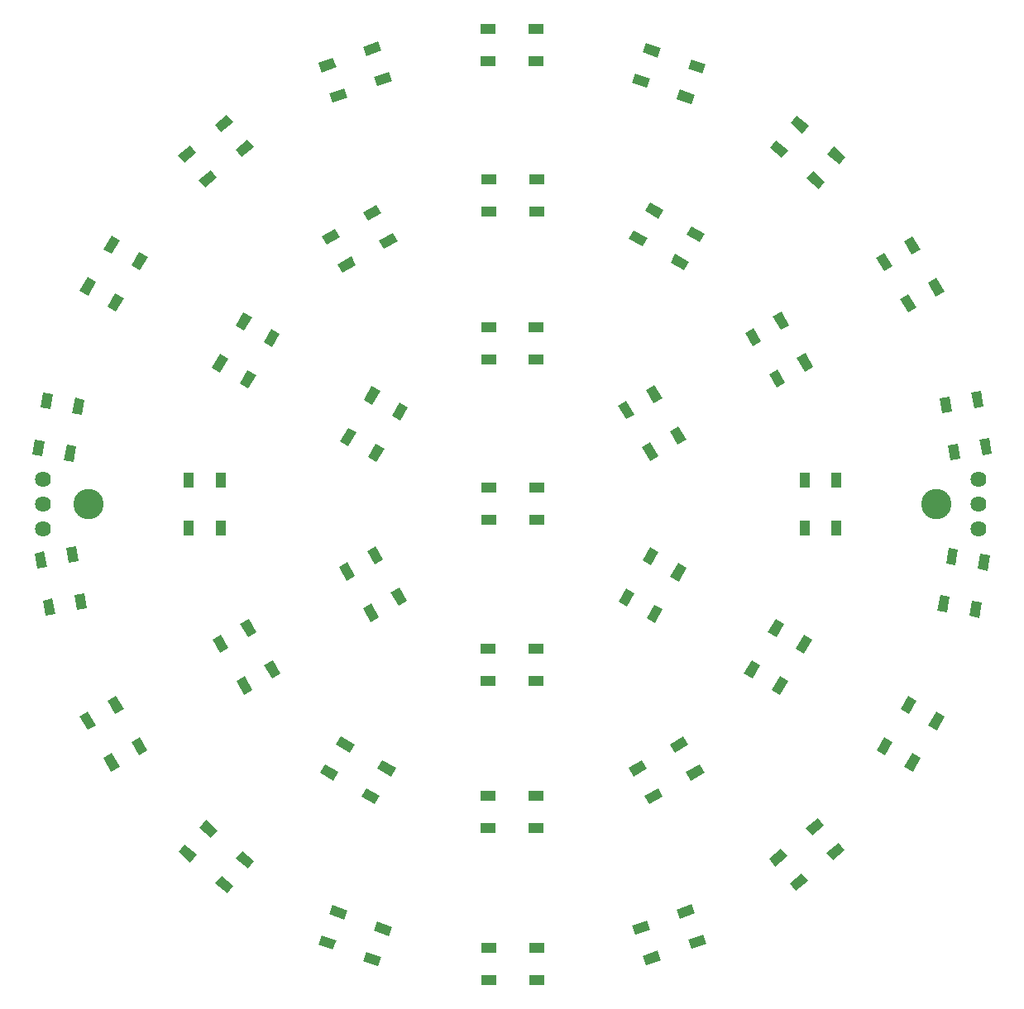
<source format=gts>
G04 EAGLE Gerber RS-274X export*
G75*
%MOMM*%
%FSLAX34Y34*%
%LPD*%
%INTop Solder Mask*%
%IPPOS*%
%AMOC8*
5,1,8,0,0,1.08239X$1,22.5*%
G01*
%ADD10C,3.101600*%
%ADD11R,1.601600X1.001600*%
%ADD12R,1.001600X1.601600*%
%ADD13C,1.625600*%


D10*
X-434000Y0D03*
X434000Y0D03*
D11*
G36*
X-409806Y-255329D02*
X-401798Y-269199D01*
X-410472Y-274207D01*
X-418480Y-260337D01*
X-409806Y-255329D01*
G37*
G36*
X-381228Y-238829D02*
X-373220Y-252699D01*
X-381894Y-257707D01*
X-389902Y-243837D01*
X-381228Y-238829D01*
G37*
G36*
X-434306Y-212893D02*
X-426298Y-226763D01*
X-434972Y-231771D01*
X-442980Y-217901D01*
X-434306Y-212893D01*
G37*
G36*
X-405728Y-196393D02*
X-397720Y-210263D01*
X-406394Y-215271D01*
X-414402Y-201401D01*
X-405728Y-196393D01*
G37*
G36*
X472754Y98338D02*
X469973Y114109D01*
X479836Y115848D01*
X482617Y100077D01*
X472754Y98338D01*
G37*
G36*
X440255Y92608D02*
X437474Y108379D01*
X447337Y110118D01*
X450118Y94347D01*
X440255Y92608D01*
G37*
G36*
X481263Y50082D02*
X478482Y65853D01*
X488345Y67592D01*
X491126Y51821D01*
X481263Y50082D01*
G37*
G36*
X448764Y44352D02*
X445983Y60123D01*
X455846Y61862D01*
X458627Y46091D01*
X448764Y44352D01*
G37*
G36*
X409106Y255129D02*
X401098Y268999D01*
X409772Y274007D01*
X417780Y260137D01*
X409106Y255129D01*
G37*
G36*
X380528Y238629D02*
X372520Y252499D01*
X381194Y257507D01*
X389202Y243637D01*
X380528Y238629D01*
G37*
G36*
X433606Y212693D02*
X425598Y226563D01*
X434272Y231571D01*
X442280Y217701D01*
X433606Y212693D01*
G37*
G36*
X405028Y196193D02*
X397020Y210063D01*
X405694Y215071D01*
X413702Y201201D01*
X405028Y196193D01*
G37*
G36*
X297253Y379505D02*
X284985Y389799D01*
X291423Y397471D01*
X303691Y387177D01*
X297253Y379505D01*
G37*
G36*
X276041Y354226D02*
X263773Y364520D01*
X270211Y372192D01*
X282479Y361898D01*
X276041Y354226D01*
G37*
G36*
X334789Y348008D02*
X322521Y358302D01*
X328959Y365974D01*
X341227Y355680D01*
X334789Y348008D01*
G37*
G36*
X313577Y322729D02*
X301309Y333023D01*
X307747Y340695D01*
X320015Y330401D01*
X313577Y322729D01*
G37*
G36*
X148833Y457340D02*
X133784Y462817D01*
X137209Y472228D01*
X152258Y466751D01*
X148833Y457340D01*
G37*
G36*
X137546Y426331D02*
X122497Y431808D01*
X125922Y441219D01*
X140971Y435742D01*
X137546Y426331D01*
G37*
G36*
X194878Y440581D02*
X179829Y446058D01*
X183254Y455469D01*
X198303Y449992D01*
X194878Y440581D01*
G37*
G36*
X183591Y409572D02*
X168542Y415049D01*
X171967Y424460D01*
X187016Y418983D01*
X183591Y409572D01*
G37*
X-24700Y486900D03*
X-24700Y453900D03*
X24300Y486900D03*
X24300Y453900D03*
G36*
X-180129Y447558D02*
X-195178Y442081D01*
X-198603Y451492D01*
X-183554Y456969D01*
X-180129Y447558D01*
G37*
G36*
X-168842Y416549D02*
X-183891Y411072D01*
X-187316Y420483D01*
X-172267Y425960D01*
X-168842Y416549D01*
G37*
G36*
X-134084Y464317D02*
X-149133Y458840D01*
X-152558Y468251D01*
X-137509Y473728D01*
X-134084Y464317D01*
G37*
G36*
X-122797Y433308D02*
X-137846Y427831D01*
X-141271Y437242D01*
X-126222Y442719D01*
X-122797Y433308D01*
G37*
G36*
X-323321Y359602D02*
X-335589Y349308D01*
X-342027Y356980D01*
X-329759Y367274D01*
X-323321Y359602D01*
G37*
G36*
X-302109Y334323D02*
X-314377Y324029D01*
X-320815Y331701D01*
X-308547Y341995D01*
X-302109Y334323D01*
G37*
G36*
X-285785Y391099D02*
X-298053Y380805D01*
X-304491Y388477D01*
X-292223Y398771D01*
X-285785Y391099D01*
G37*
G36*
X-264573Y365820D02*
X-276841Y355526D01*
X-283279Y363198D01*
X-271011Y373492D01*
X-264573Y365820D01*
G37*
G36*
X-426098Y227363D02*
X-434106Y213493D01*
X-442780Y218501D01*
X-434772Y232371D01*
X-426098Y227363D01*
G37*
G36*
X-397520Y210863D02*
X-405528Y196993D01*
X-414202Y202001D01*
X-406194Y215871D01*
X-397520Y210863D01*
G37*
G36*
X-401598Y269799D02*
X-409606Y255929D01*
X-418280Y260937D01*
X-410272Y274807D01*
X-401598Y269799D01*
G37*
G36*
X-373020Y253299D02*
X-381028Y239429D01*
X-389702Y244437D01*
X-381694Y258307D01*
X-373020Y253299D01*
G37*
G36*
X-478682Y64353D02*
X-481463Y48582D01*
X-491326Y50321D01*
X-488545Y66092D01*
X-478682Y64353D01*
G37*
G36*
X-446183Y58623D02*
X-448964Y42852D01*
X-458827Y44591D01*
X-456046Y60362D01*
X-446183Y58623D01*
G37*
G36*
X-470173Y112609D02*
X-472954Y96838D01*
X-482817Y98577D01*
X-480036Y114348D01*
X-470173Y112609D01*
G37*
G36*
X-437674Y106879D02*
X-440455Y91108D01*
X-450318Y92847D01*
X-447537Y108618D01*
X-437674Y106879D01*
G37*
D12*
X-298100Y24100D03*
X-331100Y24100D03*
X-298100Y-24900D03*
X-331100Y-24900D03*
D11*
G36*
X-470654Y-97138D02*
X-467873Y-112909D01*
X-477736Y-114648D01*
X-480517Y-98877D01*
X-470654Y-97138D01*
G37*
G36*
X-438155Y-91408D02*
X-435374Y-107179D01*
X-445237Y-108918D01*
X-448018Y-93147D01*
X-438155Y-91408D01*
G37*
G36*
X-479163Y-48882D02*
X-476382Y-64653D01*
X-486245Y-66392D01*
X-489026Y-50621D01*
X-479163Y-48882D01*
G37*
G36*
X-446664Y-43152D02*
X-443883Y-58923D01*
X-453746Y-60662D01*
X-456527Y-44891D01*
X-446664Y-43152D01*
G37*
G36*
X-254402Y165737D02*
X-246394Y179607D01*
X-237720Y174599D01*
X-245728Y160729D01*
X-254402Y165737D01*
G37*
G36*
X-282980Y182237D02*
X-274972Y196107D01*
X-266298Y191099D01*
X-274306Y177229D01*
X-282980Y182237D01*
G37*
G36*
X-278902Y123301D02*
X-270894Y137171D01*
X-262220Y132163D01*
X-270228Y118293D01*
X-278902Y123301D01*
G37*
G36*
X-307480Y139801D02*
X-299472Y153671D01*
X-290798Y148663D01*
X-298806Y134793D01*
X-307480Y139801D01*
G37*
G36*
X-136271Y269894D02*
X-122401Y277902D01*
X-117393Y269228D01*
X-131263Y261220D01*
X-136271Y269894D01*
G37*
G36*
X-152771Y298472D02*
X-138901Y306480D01*
X-133893Y297806D01*
X-147763Y289798D01*
X-152771Y298472D01*
G37*
G36*
X-178707Y245394D02*
X-164837Y253402D01*
X-159829Y244728D01*
X-173699Y236720D01*
X-178707Y245394D01*
G37*
G36*
X-195207Y273972D02*
X-181337Y281980D01*
X-176329Y273306D01*
X-190199Y265298D01*
X-195207Y273972D01*
G37*
X24800Y299100D03*
X24800Y332100D03*
X-24200Y299100D03*
X-24200Y332100D03*
G36*
X166937Y255902D02*
X180807Y247894D01*
X175799Y239220D01*
X161929Y247228D01*
X166937Y255902D01*
G37*
G36*
X183437Y284480D02*
X197307Y276472D01*
X192299Y267798D01*
X178429Y275806D01*
X183437Y284480D01*
G37*
G36*
X124501Y280402D02*
X138371Y272394D01*
X133363Y263720D01*
X119493Y271728D01*
X124501Y280402D01*
G37*
G36*
X141001Y308980D02*
X154871Y300972D01*
X149863Y292298D01*
X135993Y300306D01*
X141001Y308980D01*
G37*
G36*
X271394Y137971D02*
X279402Y124101D01*
X270728Y119093D01*
X262720Y132963D01*
X271394Y137971D01*
G37*
G36*
X299972Y154471D02*
X307980Y140601D01*
X299306Y135593D01*
X291298Y149463D01*
X299972Y154471D01*
G37*
G36*
X246894Y180407D02*
X254902Y166537D01*
X246228Y161529D01*
X238220Y175399D01*
X246894Y180407D01*
G37*
G36*
X275472Y196907D02*
X283480Y183037D01*
X274806Y178029D01*
X266798Y191899D01*
X275472Y196907D01*
G37*
D12*
X299100Y-24600D03*
X332100Y-24600D03*
X299100Y24400D03*
X332100Y24400D03*
D11*
G36*
X253902Y-165237D02*
X245894Y-179107D01*
X237220Y-174099D01*
X245228Y-160229D01*
X253902Y-165237D01*
G37*
G36*
X282480Y-181737D02*
X274472Y-195607D01*
X265798Y-190599D01*
X273806Y-176729D01*
X282480Y-181737D01*
G37*
G36*
X278402Y-122801D02*
X270394Y-136671D01*
X261720Y-131663D01*
X269728Y-117793D01*
X278402Y-122801D01*
G37*
G36*
X306980Y-139301D02*
X298972Y-153171D01*
X290298Y-148163D01*
X298306Y-134293D01*
X306980Y-139301D01*
G37*
G36*
X137771Y-271394D02*
X123901Y-279402D01*
X118893Y-270728D01*
X132763Y-262720D01*
X137771Y-271394D01*
G37*
G36*
X154271Y-299972D02*
X140401Y-307980D01*
X135393Y-299306D01*
X149263Y-291298D01*
X154271Y-299972D01*
G37*
G36*
X180207Y-246894D02*
X166337Y-254902D01*
X161329Y-246228D01*
X175199Y-238220D01*
X180207Y-246894D01*
G37*
G36*
X196707Y-275472D02*
X182837Y-283480D01*
X177829Y-274806D01*
X191699Y-266798D01*
X196707Y-275472D01*
G37*
X-24800Y-299100D03*
X-24800Y-332100D03*
X24200Y-299100D03*
X24200Y-332100D03*
G36*
X-166437Y-254902D02*
X-180307Y-246894D01*
X-175299Y-238220D01*
X-161429Y-246228D01*
X-166437Y-254902D01*
G37*
G36*
X-182937Y-283480D02*
X-196807Y-275472D01*
X-191799Y-266798D01*
X-177929Y-274806D01*
X-182937Y-283480D01*
G37*
G36*
X-124001Y-279402D02*
X-137871Y-271394D01*
X-132863Y-262720D01*
X-118993Y-270728D01*
X-124001Y-279402D01*
G37*
G36*
X-140501Y-307980D02*
X-154371Y-299972D01*
X-149363Y-291298D01*
X-135493Y-299306D01*
X-140501Y-307980D01*
G37*
G36*
X-297553Y-380805D02*
X-285285Y-391099D01*
X-291723Y-398771D01*
X-303991Y-388477D01*
X-297553Y-380805D01*
G37*
G36*
X-276341Y-355526D02*
X-264073Y-365820D01*
X-270511Y-373492D01*
X-282779Y-363198D01*
X-276341Y-355526D01*
G37*
G36*
X-335089Y-349308D02*
X-322821Y-359602D01*
X-329259Y-367274D01*
X-341527Y-356980D01*
X-335089Y-349308D01*
G37*
G36*
X-313877Y-324029D02*
X-301609Y-334323D01*
X-308047Y-341995D01*
X-320315Y-331701D01*
X-313877Y-324029D01*
G37*
G36*
X-270394Y-136471D02*
X-278402Y-122601D01*
X-269728Y-117593D01*
X-261720Y-131463D01*
X-270394Y-136471D01*
G37*
G36*
X-298972Y-152971D02*
X-306980Y-139101D01*
X-298306Y-134093D01*
X-290298Y-147963D01*
X-298972Y-152971D01*
G37*
G36*
X-245894Y-178907D02*
X-253902Y-165037D01*
X-245228Y-160029D01*
X-237220Y-173899D01*
X-245894Y-178907D01*
G37*
G36*
X-274472Y-195407D02*
X-282480Y-181537D01*
X-273806Y-176529D01*
X-265798Y-190399D01*
X-274472Y-195407D01*
G37*
G36*
X-123202Y90137D02*
X-115194Y104007D01*
X-106520Y98999D01*
X-114528Y85129D01*
X-123202Y90137D01*
G37*
G36*
X-151780Y106637D02*
X-143772Y120507D01*
X-135098Y115499D01*
X-143106Y101629D01*
X-151780Y106637D01*
G37*
G36*
X-147702Y47701D02*
X-139694Y61571D01*
X-131020Y56563D01*
X-139028Y42693D01*
X-147702Y47701D01*
G37*
G36*
X-176280Y64201D02*
X-168272Y78071D01*
X-159598Y73063D01*
X-167606Y59193D01*
X-176280Y64201D01*
G37*
X24700Y148100D03*
X24700Y181100D03*
X-24300Y148100D03*
X-24300Y181100D03*
G36*
X141494Y63071D02*
X149502Y49201D01*
X140828Y44193D01*
X132820Y58063D01*
X141494Y63071D01*
G37*
G36*
X170072Y79571D02*
X178080Y65701D01*
X169406Y60693D01*
X161398Y74563D01*
X170072Y79571D01*
G37*
G36*
X116994Y105507D02*
X125002Y91637D01*
X116328Y86629D01*
X108320Y100499D01*
X116994Y105507D01*
G37*
G36*
X145572Y122007D02*
X153580Y108137D01*
X144906Y103129D01*
X136898Y116999D01*
X145572Y122007D01*
G37*
G36*
X125502Y-91637D02*
X117494Y-105507D01*
X108820Y-100499D01*
X116828Y-86629D01*
X125502Y-91637D01*
G37*
G36*
X154080Y-108137D02*
X146072Y-122007D01*
X137398Y-116999D01*
X145406Y-103129D01*
X154080Y-108137D01*
G37*
G36*
X150002Y-49201D02*
X141994Y-63071D01*
X133320Y-58063D01*
X141328Y-44193D01*
X150002Y-49201D01*
G37*
G36*
X178580Y-65701D02*
X170572Y-79571D01*
X161898Y-74563D01*
X169906Y-60693D01*
X178580Y-65701D01*
G37*
X-24900Y-148100D03*
X-24900Y-181100D03*
X24100Y-148100D03*
X24100Y-181100D03*
G36*
X-140794Y-62071D02*
X-148802Y-48201D01*
X-140128Y-43193D01*
X-132120Y-57063D01*
X-140794Y-62071D01*
G37*
G36*
X-169372Y-78571D02*
X-177380Y-64701D01*
X-168706Y-59693D01*
X-160698Y-73563D01*
X-169372Y-78571D01*
G37*
G36*
X-116294Y-104507D02*
X-124302Y-90637D01*
X-115628Y-85629D01*
X-107620Y-99499D01*
X-116294Y-104507D01*
G37*
G36*
X-144872Y-121007D02*
X-152880Y-107137D01*
X-144206Y-102129D01*
X-136198Y-115999D01*
X-144872Y-121007D01*
G37*
X-24100Y16400D03*
X-24100Y-16600D03*
X24900Y16400D03*
X24900Y-16600D03*
G36*
X-149133Y-458840D02*
X-134084Y-464317D01*
X-137509Y-473728D01*
X-152558Y-468251D01*
X-149133Y-458840D01*
G37*
G36*
X-137846Y-427831D02*
X-122797Y-433308D01*
X-126222Y-442719D01*
X-141271Y-437242D01*
X-137846Y-427831D01*
G37*
G36*
X-195178Y-442081D02*
X-180129Y-447558D01*
X-183554Y-456969D01*
X-198603Y-451492D01*
X-195178Y-442081D01*
G37*
G36*
X-183891Y-411072D02*
X-168842Y-416549D01*
X-172267Y-425960D01*
X-187316Y-420483D01*
X-183891Y-411072D01*
G37*
X24900Y-487900D03*
X24900Y-454900D03*
X-24100Y-487900D03*
X-24100Y-454900D03*
G36*
X179929Y-446558D02*
X194978Y-441081D01*
X198403Y-450492D01*
X183354Y-455969D01*
X179929Y-446558D01*
G37*
G36*
X168642Y-415549D02*
X183691Y-410072D01*
X187116Y-419483D01*
X172067Y-424960D01*
X168642Y-415549D01*
G37*
G36*
X133884Y-463317D02*
X148933Y-457840D01*
X152358Y-467251D01*
X137309Y-472728D01*
X133884Y-463317D01*
G37*
G36*
X122597Y-432308D02*
X137646Y-426831D01*
X141071Y-436242D01*
X126022Y-441719D01*
X122597Y-432308D01*
G37*
G36*
X321621Y-357602D02*
X333889Y-347308D01*
X340327Y-354980D01*
X328059Y-365274D01*
X321621Y-357602D01*
G37*
G36*
X300409Y-332323D02*
X312677Y-322029D01*
X319115Y-329701D01*
X306847Y-339995D01*
X300409Y-332323D01*
G37*
G36*
X284085Y-389099D02*
X296353Y-378805D01*
X302791Y-386477D01*
X290523Y-396771D01*
X284085Y-389099D01*
G37*
G36*
X262873Y-363820D02*
X275141Y-353526D01*
X281579Y-361198D01*
X269311Y-371492D01*
X262873Y-363820D01*
G37*
G36*
X425898Y-226863D02*
X433906Y-212993D01*
X442580Y-218001D01*
X434572Y-231871D01*
X425898Y-226863D01*
G37*
G36*
X397320Y-210363D02*
X405328Y-196493D01*
X414002Y-201501D01*
X405994Y-215371D01*
X397320Y-210363D01*
G37*
G36*
X401398Y-269299D02*
X409406Y-255429D01*
X418080Y-260437D01*
X410072Y-274307D01*
X401398Y-269299D01*
G37*
G36*
X372820Y-252799D02*
X380828Y-238929D01*
X389502Y-243937D01*
X381494Y-257807D01*
X372820Y-252799D01*
G37*
G36*
X476382Y-66653D02*
X479163Y-50882D01*
X489026Y-52621D01*
X486245Y-68392D01*
X476382Y-66653D01*
G37*
G36*
X443883Y-60923D02*
X446664Y-45152D01*
X456527Y-46891D01*
X453746Y-62662D01*
X443883Y-60923D01*
G37*
G36*
X467873Y-114909D02*
X470654Y-99138D01*
X480517Y-100877D01*
X477736Y-116648D01*
X467873Y-114909D01*
G37*
G36*
X435374Y-109179D02*
X438155Y-93408D01*
X448018Y-95147D01*
X445237Y-110918D01*
X435374Y-109179D01*
G37*
D13*
X-480000Y-25400D03*
X-480000Y0D03*
X-480000Y25400D03*
X477000Y-25400D03*
X477000Y0D03*
X477000Y25400D03*
M02*

</source>
